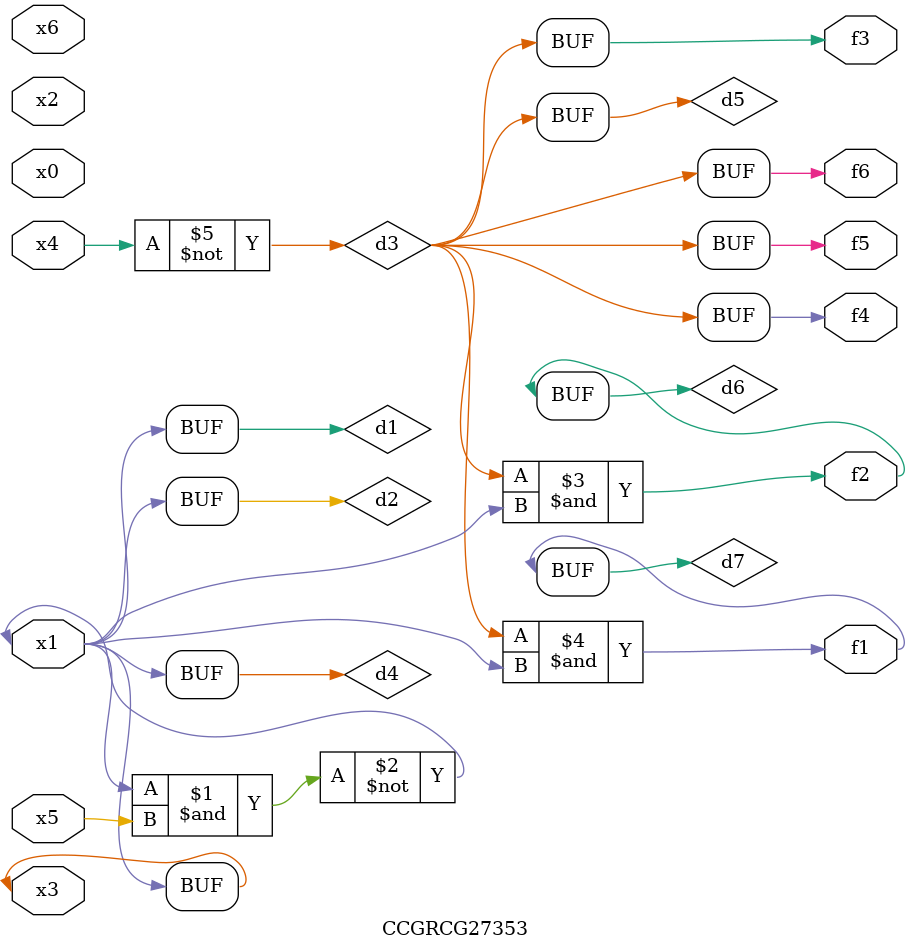
<source format=v>
module CCGRCG27353(
	input x0, x1, x2, x3, x4, x5, x6,
	output f1, f2, f3, f4, f5, f6
);

	wire d1, d2, d3, d4, d5, d6, d7;

	buf (d1, x1, x3);
	nand (d2, x1, x5);
	not (d3, x4);
	buf (d4, d1, d2);
	buf (d5, d3);
	and (d6, d3, d4);
	and (d7, d3, d4);
	assign f1 = d7;
	assign f2 = d6;
	assign f3 = d5;
	assign f4 = d5;
	assign f5 = d5;
	assign f6 = d5;
endmodule

</source>
